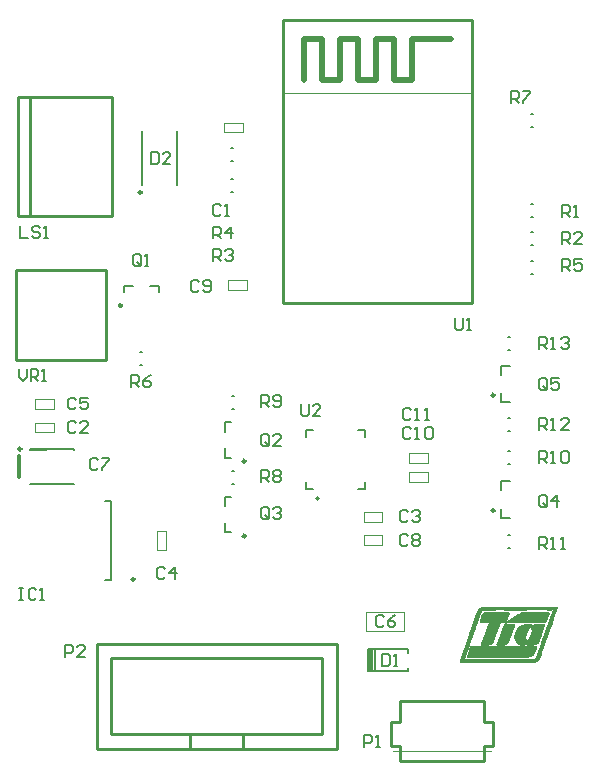
<source format=gto>
G04 Layer_Color=65535*
%FSLAX44Y44*%
%MOMM*%
G71*
G01*
G75*
%ADD33C,0.2540*%
%ADD43C,0.2500*%
%ADD44C,0.1999*%
%ADD45C,0.1000*%
%ADD46C,0.3048*%
%ADD47C,0.2000*%
%ADD48C,0.5000*%
%ADD49C,0.1270*%
%ADD50C,0.0406*%
%ADD51C,0.0508*%
D33*
X78590Y2490D02*
X157840D01*
X202840D02*
X282090D01*
X78590Y91490D02*
X282090D01*
X157840Y14990D02*
X202840D01*
X91090Y78990D02*
X269590D01*
X202840Y14990D02*
X269590D01*
X91090D02*
X157840D01*
Y2490D02*
Y14990D01*
X202840Y2490D02*
Y14990D01*
X157840Y2490D02*
X202840D01*
X91090Y14990D02*
Y78990D01*
X78590Y2490D02*
Y91490D01*
X269590Y14990D02*
Y78990D01*
X282090Y2490D02*
Y91490D01*
X10160Y407670D02*
X86360D01*
Y331470D02*
Y407670D01*
X10160Y331470D02*
X86360D01*
X10160D02*
Y407670D01*
X12070Y453190D02*
X92070D01*
Y554390D01*
X12070D02*
X92070D01*
X12070Y453190D02*
Y554390D01*
X22070Y453190D02*
Y554390D01*
X236230Y619700D02*
X396230D01*
Y379700D02*
Y619700D01*
X236230Y379700D02*
Y619700D01*
Y379700D02*
X396230D01*
X335110Y25230D02*
Y43010D01*
X327490Y25230D02*
X335110Y25230D01*
X327490Y4910D02*
X327490Y25230D01*
X327490Y4910D02*
X335110D01*
X335110Y-7790D01*
X406230Y-7790D01*
X406230Y4910D02*
X406230Y-7790D01*
X406230Y4910D02*
X413850Y4910D01*
X413850Y25230D01*
X406230D02*
X413850D01*
X406230D02*
Y43010D01*
X335110D02*
X406230D01*
D43*
X14890Y256300D02*
G03*
X14890Y256300I-1250J0D01*
G01*
X110790Y145970D02*
G03*
X110790Y145970I-1250J0D01*
G01*
X100090Y377850D02*
G03*
X100090Y377850I-1250J0D01*
G01*
X116830Y473420D02*
G03*
X116830Y473420I-1250J0D01*
G01*
X204810Y182660D02*
G03*
X204810Y182660I-1250J0D01*
G01*
Y245920D02*
G03*
X204810Y245920I-1250J0D01*
G01*
X415640Y301850D02*
G03*
X415640Y301850I-1250J0D01*
G01*
Y204060D02*
G03*
X415640Y204060I-1250J0D01*
G01*
D44*
X266670Y214410D02*
G03*
X266670Y214410I-1001J0D01*
G01*
D45*
X359120Y228558D02*
Y236558D01*
X343120Y228558D02*
X359120D01*
X343120Y236558D02*
X359120D01*
X343120Y228558D02*
Y236558D01*
X359120Y244770D02*
Y252770D01*
X343120Y244770D02*
X359120D01*
X343120Y252770D02*
X359120D01*
X343120Y244770D02*
Y252770D01*
X320660Y194890D02*
Y202890D01*
X304660Y194890D02*
X320660D01*
X304660Y202890D02*
X320660D01*
X304660Y194890D02*
Y202890D01*
X320660Y175070D02*
Y183070D01*
X304660Y175070D02*
X320660D01*
X304660Y183070D02*
X320660D01*
X304660Y175070D02*
Y183070D01*
X190120Y390970D02*
Y398970D01*
X206120D01*
X190120Y390970D02*
X206120D01*
Y398970D01*
X42290Y290370D02*
Y298370D01*
X26290Y290370D02*
X42290D01*
X26290Y298370D02*
X42290D01*
X26290Y290370D02*
Y298370D01*
X42290Y270320D02*
Y278320D01*
X26290Y270320D02*
X42290D01*
X26290Y278320D02*
X42290D01*
X26290Y270320D02*
Y278320D01*
X306620Y118490D02*
X338620D01*
X306620Y102490D02*
X338620D01*
Y118490D01*
X306620Y102490D02*
Y118490D01*
X236230Y557700D02*
X396230D01*
X129350Y187070D02*
X137350D01*
Y171070D02*
Y187070D01*
X129350Y171070D02*
Y187070D01*
Y171070D02*
X137350D01*
X202430Y524320D02*
Y532320D01*
X186430Y524320D02*
X202430D01*
X186430Y532320D02*
X202430D01*
X186430Y524320D02*
Y532320D01*
D46*
X12700Y232410D02*
Y250190D01*
D47*
X22140Y226300D02*
X59140D01*
X22140Y256300D02*
X59140D01*
Y226300D02*
Y226800D01*
X22140D02*
X35640D01*
X59140Y255800D02*
Y256300D01*
X22140Y255800D02*
X35640D01*
X310020Y68070D02*
Y86870D01*
X308120Y67970D02*
X342120D01*
X313920D02*
Y86970D01*
X311920Y67970D02*
Y86970D01*
X342120Y67970D02*
Y70970D01*
X308120Y67970D02*
Y70970D01*
X342120Y83970D02*
Y86970D01*
X308120Y70670D02*
Y86970D01*
X342120D01*
X86040Y212570D02*
X91040D01*
Y145570D02*
Y212570D01*
X86040Y145570D02*
X91040D01*
X123840Y394350D02*
X131840D01*
Y389350D02*
Y394350D01*
X101840D02*
X109840D01*
X101840Y389350D02*
Y394350D01*
X115470Y338220D02*
X117470D01*
X115470Y327220D02*
X117470D01*
X117080Y479920D02*
Y525920D01*
X147080Y479920D02*
Y525920D01*
X192316Y500090D02*
X194316D01*
X192316Y511090D02*
X194316D01*
X187060Y207660D02*
Y215660D01*
X192060D01*
X187060Y185660D02*
Y193660D01*
Y185660D02*
X192060D01*
X187060Y270920D02*
Y278920D01*
X192060D01*
X187060Y248920D02*
Y256920D01*
Y248920D02*
X192060D01*
X193310Y290410D02*
X195310D01*
X193310Y301410D02*
X195310D01*
X193310Y226670D02*
X195310D01*
X193310Y237670D02*
X195310D01*
X446040Y415710D02*
X448040D01*
X446040Y404710D02*
X448040D01*
X446040Y463970D02*
X448040D01*
X446040Y452970D02*
X448040D01*
X192316Y473990D02*
X194316D01*
X192316Y484990D02*
X194316D01*
X446040Y439840D02*
X448040D01*
X446040Y428840D02*
X448040D01*
X446040Y529170D02*
X448040D01*
X446040Y540170D02*
X448040D01*
X426990Y339940D02*
X428990D01*
X426990Y350940D02*
X428990D01*
X420890Y295650D02*
X428890D01*
X420890D02*
Y303350D01*
Y326650D02*
X428890D01*
X420890Y318950D02*
Y326650D01*
Y197860D02*
X428890D01*
X420890D02*
Y205560D01*
Y228860D02*
X428890D01*
X420890Y221160D02*
Y228860D01*
X426990Y271360D02*
X428990D01*
X426990Y282360D02*
X428990D01*
X426990Y243420D02*
X428990D01*
X426990Y254420D02*
X428990D01*
X426990Y172300D02*
X428990D01*
X426990Y183300D02*
X428990D01*
X344959Y289458D02*
X343293Y291124D01*
X339960D01*
X338294Y289458D01*
Y282794D01*
X339960Y281128D01*
X343293D01*
X344959Y282794D01*
X348291Y281128D02*
X351623D01*
X349957D01*
Y291124D01*
X348291Y289458D01*
X356622Y281128D02*
X359954D01*
X358288D01*
Y291124D01*
X356622Y289458D01*
X344959Y273202D02*
X343293Y274869D01*
X339960D01*
X338294Y273202D01*
Y266538D01*
X339960Y264872D01*
X343293D01*
X344959Y266538D01*
X348291Y264872D02*
X351623D01*
X349957D01*
Y274869D01*
X348291Y273202D01*
X356622D02*
X358288Y274869D01*
X361620D01*
X363286Y273202D01*
Y266538D01*
X361620Y264872D01*
X358288D01*
X356622Y266538D01*
Y273202D01*
X165215Y397871D02*
X163548Y399537D01*
X160216D01*
X158550Y397871D01*
Y391206D01*
X160216Y389540D01*
X163548D01*
X165215Y391206D01*
X168547D02*
X170213Y389540D01*
X173545D01*
X175211Y391206D01*
Y397871D01*
X173545Y399537D01*
X170213D01*
X168547Y397871D01*
Y396204D01*
X170213Y394538D01*
X175211D01*
X342314Y182311D02*
X340648Y183977D01*
X337316D01*
X335650Y182311D01*
Y175646D01*
X337316Y173980D01*
X340648D01*
X342314Y175646D01*
X345647Y182311D02*
X347313Y183977D01*
X350645D01*
X352311Y182311D01*
Y180644D01*
X350645Y178978D01*
X352311Y177312D01*
Y175646D01*
X350645Y173980D01*
X347313D01*
X345647Y175646D01*
Y177312D01*
X347313Y178978D01*
X345647Y180644D01*
Y182311D01*
X347313Y178978D02*
X350645D01*
X342314Y203131D02*
X340648Y204797D01*
X337316D01*
X335650Y203131D01*
Y196466D01*
X337316Y194800D01*
X340648D01*
X342314Y196466D01*
X345647Y203131D02*
X347313Y204797D01*
X350645D01*
X352311Y203131D01*
Y201465D01*
X350645Y199798D01*
X348979D01*
X350645D01*
X352311Y198132D01*
Y196466D01*
X350645Y194800D01*
X347313D01*
X345647Y196466D01*
X79475Y246891D02*
X77808Y248557D01*
X74476D01*
X72810Y246891D01*
Y240226D01*
X74476Y238560D01*
X77808D01*
X79475Y240226D01*
X82807Y248557D02*
X89471D01*
Y246891D01*
X82807Y240226D01*
Y238560D01*
X61465Y298151D02*
X59798Y299817D01*
X56466D01*
X54800Y298151D01*
Y291486D01*
X56466Y289820D01*
X59798D01*
X61465Y291486D01*
X71461Y299817D02*
X64797D01*
Y294818D01*
X68129Y296485D01*
X69795D01*
X71461Y294818D01*
Y291486D01*
X69795Y289820D01*
X66463D01*
X64797Y291486D01*
X61465Y278061D02*
X59798Y279727D01*
X56466D01*
X54800Y278061D01*
Y271396D01*
X56466Y269730D01*
X59798D01*
X61465Y271396D01*
X71461Y269730D02*
X64797D01*
X71461Y276395D01*
Y278061D01*
X69795Y279727D01*
X66463D01*
X64797Y278061D01*
X183995Y461871D02*
X182328Y463537D01*
X178996D01*
X177330Y461871D01*
Y455206D01*
X178996Y453540D01*
X182328D01*
X183995Y455206D01*
X187327Y453540D02*
X190659D01*
X188993D01*
Y463537D01*
X187327Y461871D01*
X136355Y154491D02*
X134688Y156157D01*
X131356D01*
X129690Y154491D01*
Y147826D01*
X131356Y146160D01*
X134688D01*
X136355Y147826D01*
X144685Y146160D02*
Y156157D01*
X139687Y151158D01*
X146351D01*
X321665Y113741D02*
X319999Y115407D01*
X316666D01*
X315000Y113741D01*
Y107076D01*
X316666Y105410D01*
X319999D01*
X321665Y107076D01*
X331661Y115407D02*
X328329Y113741D01*
X324997Y110408D01*
Y107076D01*
X326663Y105410D01*
X329995D01*
X331661Y107076D01*
Y108742D01*
X329995Y110408D01*
X324997D01*
X320040Y82387D02*
Y72390D01*
X325038D01*
X326704Y74056D01*
Y80721D01*
X325038Y82387D01*
X320040D01*
X330037Y72390D02*
X333369D01*
X331703D01*
Y82387D01*
X330037Y80721D01*
X124460Y507837D02*
Y497840D01*
X129458D01*
X131124Y499506D01*
Y506171D01*
X129458Y507837D01*
X124460D01*
X141121Y497840D02*
X134457D01*
X141121Y504505D01*
Y506171D01*
X139455Y507837D01*
X136123D01*
X134457Y506171D01*
X12700Y138267D02*
X16032D01*
X14366D01*
Y128270D01*
X12700D01*
X16032D01*
X27695Y136601D02*
X26029Y138267D01*
X22697D01*
X21031Y136601D01*
Y129936D01*
X22697Y128270D01*
X26029D01*
X27695Y129936D01*
X31027Y128270D02*
X34360D01*
X32694D01*
Y138267D01*
X31027Y136601D01*
X13970Y445287D02*
Y435290D01*
X20635D01*
X30631Y443621D02*
X28965Y445287D01*
X25633D01*
X23967Y443621D01*
Y441954D01*
X25633Y440288D01*
X28965D01*
X30631Y438622D01*
Y436956D01*
X28965Y435290D01*
X25633D01*
X23967Y436956D01*
X33964Y435290D02*
X37296D01*
X35630D01*
Y445287D01*
X33964Y443621D01*
X52070Y80010D02*
Y90007D01*
X57068D01*
X58734Y88341D01*
Y85008D01*
X57068Y83342D01*
X52070D01*
X68731Y80010D02*
X62067D01*
X68731Y86674D01*
Y88341D01*
X67065Y90007D01*
X63733D01*
X62067Y88341D01*
X115885Y413146D02*
Y419811D01*
X114218Y421477D01*
X110886D01*
X109220Y419811D01*
Y413146D01*
X110886Y411480D01*
X114218D01*
X112552Y414812D02*
X115885Y411480D01*
X114218D02*
X115885Y413146D01*
X119217Y411480D02*
X122549D01*
X120883D01*
Y421477D01*
X119217Y419811D01*
X224855Y260506D02*
Y267171D01*
X223188Y268837D01*
X219856D01*
X218190Y267171D01*
Y260506D01*
X219856Y258840D01*
X223188D01*
X221522Y262173D02*
X224855Y258840D01*
X223188D02*
X224855Y260506D01*
X234851Y258840D02*
X228187D01*
X234851Y265505D01*
Y267171D01*
X233185Y268837D01*
X229853D01*
X228187Y267171D01*
X224855Y198516D02*
Y205181D01*
X223188Y206847D01*
X219856D01*
X218190Y205181D01*
Y198516D01*
X219856Y196850D01*
X223188D01*
X221522Y200182D02*
X224855Y196850D01*
X223188D02*
X224855Y198516D01*
X228187Y205181D02*
X229853Y206847D01*
X233185D01*
X234851Y205181D01*
Y203514D01*
X233185Y201848D01*
X231519D01*
X233185D01*
X234851Y200182D01*
Y198516D01*
X233185Y196850D01*
X229853D01*
X228187Y198516D01*
X460135Y208676D02*
Y215341D01*
X458468Y217007D01*
X455136D01*
X453470Y215341D01*
Y208676D01*
X455136Y207010D01*
X458468D01*
X456802Y210342D02*
X460135Y207010D01*
X458468D02*
X460135Y208676D01*
X468465Y207010D02*
Y217007D01*
X463467Y212008D01*
X470131D01*
X460135Y308216D02*
Y314881D01*
X458468Y316547D01*
X455136D01*
X453470Y314881D01*
Y308216D01*
X455136Y306550D01*
X458468D01*
X456802Y309882D02*
X460135Y306550D01*
X458468D02*
X460135Y308216D01*
X470131Y316547D02*
X463467D01*
Y311548D01*
X466799Y313214D01*
X468465D01*
X470131Y311548D01*
Y308216D01*
X468465Y306550D01*
X465133D01*
X463467Y308216D01*
X472960Y452700D02*
Y462697D01*
X477958D01*
X479624Y461031D01*
Y457698D01*
X477958Y456032D01*
X472960D01*
X476292D02*
X479624Y452700D01*
X482957D02*
X486289D01*
X484623D01*
Y462697D01*
X482957Y461031D01*
X472960Y429840D02*
Y439837D01*
X477958D01*
X479624Y438171D01*
Y434838D01*
X477958Y433172D01*
X472960D01*
X476292D02*
X479624Y429840D01*
X489621D02*
X482957D01*
X489621Y436505D01*
Y438171D01*
X487955Y439837D01*
X484623D01*
X482957Y438171D01*
X177330Y415730D02*
Y425727D01*
X182328D01*
X183995Y424061D01*
Y420728D01*
X182328Y419062D01*
X177330D01*
X180662D02*
X183995Y415730D01*
X187327Y424061D02*
X188993Y425727D01*
X192325D01*
X193991Y424061D01*
Y422394D01*
X192325Y420728D01*
X190659D01*
X192325D01*
X193991Y419062D01*
Y417396D01*
X192325Y415730D01*
X188993D01*
X187327Y417396D01*
X177330Y434540D02*
Y444537D01*
X182328D01*
X183995Y442871D01*
Y439538D01*
X182328Y437872D01*
X177330D01*
X180662D02*
X183995Y434540D01*
X192325D02*
Y444537D01*
X187327Y439538D01*
X193991D01*
X472960Y406980D02*
Y416977D01*
X477958D01*
X479624Y415311D01*
Y411978D01*
X477958Y410312D01*
X472960D01*
X476292D02*
X479624Y406980D01*
X489621Y416977D02*
X482957D01*
Y411978D01*
X486289Y413644D01*
X487955D01*
X489621Y411978D01*
Y408646D01*
X487955Y406980D01*
X484623D01*
X482957Y408646D01*
X107830Y308590D02*
Y318587D01*
X112828D01*
X114494Y316921D01*
Y313588D01*
X112828Y311922D01*
X107830D01*
X111162D02*
X114494Y308590D01*
X124491Y318587D02*
X121159Y316921D01*
X117827Y313588D01*
Y310256D01*
X119493Y308590D01*
X122825D01*
X124491Y310256D01*
Y311922D01*
X122825Y313588D01*
X117827D01*
X429300Y548980D02*
Y558977D01*
X434298D01*
X435965Y557311D01*
Y553978D01*
X434298Y552312D01*
X429300D01*
X432632D02*
X435965Y548980D01*
X439297Y558977D02*
X445961D01*
Y557311D01*
X439297Y550646D01*
Y548980D01*
X218190Y228360D02*
Y238357D01*
X223188D01*
X224855Y236691D01*
Y233359D01*
X223188Y231693D01*
X218190D01*
X221522D02*
X224855Y228360D01*
X228187Y236691D02*
X229853Y238357D01*
X233185D01*
X234851Y236691D01*
Y235025D01*
X233185Y233359D01*
X234851Y231693D01*
Y230026D01*
X233185Y228360D01*
X229853D01*
X228187Y230026D01*
Y231693D01*
X229853Y233359D01*
X228187Y235025D01*
Y236691D01*
X229853Y233359D02*
X233185D01*
X218190Y292100D02*
Y302097D01*
X223188D01*
X224855Y300431D01*
Y297098D01*
X223188Y295432D01*
X218190D01*
X221522D02*
X224855Y292100D01*
X228187Y293766D02*
X229853Y292100D01*
X233185D01*
X234851Y293766D01*
Y300431D01*
X233185Y302097D01*
X229853D01*
X228187Y300431D01*
Y298764D01*
X229853Y297098D01*
X234851D01*
X453470Y244840D02*
Y254837D01*
X458468D01*
X460135Y253171D01*
Y249838D01*
X458468Y248172D01*
X453470D01*
X456802D02*
X460135Y244840D01*
X463467D02*
X466799D01*
X465133D01*
Y254837D01*
X463467Y253171D01*
X471797D02*
X473464Y254837D01*
X476796D01*
X478462Y253171D01*
Y246506D01*
X476796Y244840D01*
X473464D01*
X471797Y246506D01*
Y253171D01*
X453470Y171450D02*
Y181447D01*
X458468D01*
X460135Y179781D01*
Y176448D01*
X458468Y174782D01*
X453470D01*
X456802D02*
X460135Y171450D01*
X463467D02*
X466799D01*
X465133D01*
Y181447D01*
X463467Y179781D01*
X471797Y171450D02*
X475130D01*
X473464D01*
Y181447D01*
X471797Y179781D01*
X453470Y272650D02*
Y282647D01*
X458468D01*
X460135Y280981D01*
Y277648D01*
X458468Y275982D01*
X453470D01*
X456802D02*
X460135Y272650D01*
X463467D02*
X466799D01*
X465133D01*
Y282647D01*
X463467Y280981D01*
X478462Y272650D02*
X471797D01*
X478462Y279314D01*
Y280981D01*
X476796Y282647D01*
X473464D01*
X471797Y280981D01*
X453470Y340840D02*
Y350837D01*
X458468D01*
X460135Y349171D01*
Y345838D01*
X458468Y344172D01*
X453470D01*
X456802D02*
X460135Y340840D01*
X463467D02*
X466799D01*
X465133D01*
Y350837D01*
X463467Y349171D01*
X471797D02*
X473464Y350837D01*
X476796D01*
X478462Y349171D01*
Y347505D01*
X476796Y345838D01*
X475130D01*
X476796D01*
X478462Y344172D01*
Y342506D01*
X476796Y340840D01*
X473464D01*
X471797Y342506D01*
X382270Y366867D02*
Y358536D01*
X383936Y356870D01*
X387268D01*
X388935Y358536D01*
Y366867D01*
X392267Y356870D02*
X395599D01*
X393933D01*
Y366867D01*
X392267Y365201D01*
X251460Y294237D02*
Y285906D01*
X253126Y284240D01*
X256458D01*
X258125Y285906D01*
Y294237D01*
X268121Y284240D02*
X261457D01*
X268121Y290905D01*
Y292571D01*
X266455Y294237D01*
X263123D01*
X261457Y292571D01*
X12700Y323687D02*
Y317022D01*
X16032Y313690D01*
X19365Y317022D01*
Y323687D01*
X22697Y313690D02*
Y323687D01*
X27695D01*
X29361Y322021D01*
Y318688D01*
X27695Y317022D01*
X22697D01*
X26029D02*
X29361Y313690D01*
X32694D02*
X36026D01*
X34360D01*
Y323687D01*
X32694Y322021D01*
X305020Y4010D02*
Y14007D01*
X310018D01*
X311684Y12341D01*
Y9008D01*
X310018Y7342D01*
X305020D01*
X315017Y4010D02*
X318349D01*
X316683D01*
Y14007D01*
X315017Y12341D01*
D48*
X254000Y568960D02*
Y603250D01*
X269240D01*
Y568960D02*
Y603250D01*
Y568960D02*
X284480D01*
X299720D02*
X314960D01*
X299720D02*
Y603250D01*
X284480D02*
X299720D01*
X284480Y568960D02*
Y603250D01*
X330200Y568960D02*
X345440D01*
X330200D02*
Y603250D01*
X314960D02*
X330200D01*
X314960Y568960D02*
Y603250D01*
X345440D02*
X378460D01*
X345440Y568960D02*
Y603250D01*
D49*
X299669Y222409D02*
X305671D01*
Y228411D01*
Y266409D02*
Y272411D01*
X299669D02*
X305671D01*
X255669D02*
X261671D01*
X255669Y266409D02*
Y272411D01*
Y222409D02*
Y228411D01*
Y222409D02*
X261671D01*
D50*
X404904Y122689D02*
X468303D01*
X404092Y122282D02*
X468303D01*
X403279Y121876D02*
X468303D01*
X402466Y121470D02*
X468303D01*
X402060Y121063D02*
X467896D01*
X401653Y120657D02*
X467896D01*
X401247Y120250D02*
X415877D01*
X423192D02*
X441887D01*
X459768D02*
X460581D01*
X461800D02*
X462207D01*
X462613D02*
X463426D01*
X464645D02*
X467490D01*
X401247Y119844D02*
X404904D01*
X464645D02*
X467490D01*
X400840Y119438D02*
X404498D01*
X464239D02*
X467490D01*
X400840Y119031D02*
X403685D01*
X464239D02*
X467084D01*
X400434Y118625D02*
X403685D01*
X407343D02*
X407749D01*
X408156D02*
X408968D01*
X438636D02*
X439042D01*
X460175D02*
X460581D01*
X464239D02*
X467084D01*
X400434Y118218D02*
X403279D01*
X406936D02*
X427256D01*
X438229D02*
X460988D01*
X463832D02*
X466677D01*
X400028Y117812D02*
X403279D01*
X406124D02*
X427663D01*
X437010D02*
X461394D01*
X463832D02*
X466677D01*
X400028Y117406D02*
X402872D01*
X405717D02*
X427663D01*
X437010D02*
X461394D01*
X463832D02*
X466677D01*
X399621Y116999D02*
X402872D01*
X405311D02*
X427663D01*
X436197D02*
X461394D01*
X463426D02*
X466271D01*
X399621Y116593D02*
X402872D01*
X405311D02*
X427256D01*
X435384D02*
X460988D01*
X463426D02*
X466271D01*
X399621Y116186D02*
X402466D01*
X404904D02*
X427256D01*
X434978D02*
X460988D01*
X463426D02*
X466271D01*
X399621Y115780D02*
X402466D01*
X404904D02*
X427256D01*
X434165D02*
X460988D01*
X463020D02*
X466271D01*
X399215Y115374D02*
X402466D01*
X404498D02*
X426850D01*
X433352D02*
X460581D01*
X463020D02*
X465864D01*
X399215Y114967D02*
X402060D01*
X404498D02*
X426850D01*
X432946D02*
X460581D01*
X463020D02*
X465864D01*
X399215Y114561D02*
X402060D01*
X404498D02*
X426850D01*
X432133D02*
X460175D01*
X462613D02*
X465864D01*
X398808Y114154D02*
X402060D01*
X404092D02*
X426444D01*
X431727D02*
X460175D01*
X462613D02*
X465458D01*
X398808Y113748D02*
X401653D01*
X404092D02*
X426444D01*
X430914D02*
X460175D01*
X462207D02*
X465458D01*
X398808Y113342D02*
X401653D01*
X403685D02*
X426037D01*
X430508D02*
X459768D01*
X462207D02*
X465052D01*
X398402Y112935D02*
X401653D01*
X403685D02*
X426037D01*
X429695D02*
X459768D01*
X462207D02*
X465052D01*
X398402Y112529D02*
X401247D01*
X403685D02*
X426037D01*
X428882D02*
X459768D01*
X461800D02*
X465052D01*
X398402Y112122D02*
X401247D01*
X403279D02*
X425631D01*
X428476D02*
X459362D01*
X461800D02*
X465052D01*
X397996Y111716D02*
X401247D01*
X403279D02*
X425631D01*
X427256D02*
X459362D01*
X461800D02*
X464645D01*
X397996Y111310D02*
X400840D01*
X402872D02*
X425224D01*
X426850D02*
X458956D01*
X461394D02*
X464645D01*
X397996Y110903D02*
X400840D01*
X402872D02*
X425224D01*
X426037D02*
X458956D01*
X461394D02*
X464239D01*
X397589Y110497D02*
X400840D01*
X402872D02*
X425224D01*
X425631D02*
X458956D01*
X461394D02*
X464239D01*
X397589Y110090D02*
X400434D01*
X402872D02*
X458549D01*
X460988D02*
X464239D01*
X397589Y109684D02*
X400434D01*
X402872D02*
X424412D01*
X425631D02*
X458143D01*
X460988D02*
X463832D01*
X397183Y109278D02*
X400434D01*
X410594D02*
X419941D01*
X460988D02*
X463832D01*
X397183Y108871D02*
X400028D01*
X410594D02*
X419941D01*
X424818D02*
X425224D01*
X460581D02*
X463832D01*
X397183Y108465D02*
X400028D01*
X410188D02*
X419535D01*
X424005D02*
X432133D01*
X442293D02*
X444325D01*
X449608D02*
X457736D01*
X460581D02*
X463832D01*
X396776Y108058D02*
X400028D01*
X410188D02*
X419535D01*
X423599D02*
X432133D01*
X440668D02*
X446357D01*
X449202D02*
X457736D01*
X460581D02*
X463426D01*
X396776Y107652D02*
X399621D01*
X410188D02*
X419535D01*
X423192D02*
X432133D01*
X439042D02*
X447170D01*
X448796D02*
X457736D01*
X460175D02*
X463426D01*
X396370Y107246D02*
X399621D01*
X409781D02*
X419128D01*
X423192D02*
X432133D01*
X438229D02*
X447983D01*
X448796D02*
X457736D01*
X460175D02*
X463020D01*
X396370Y106839D02*
X399215D01*
X409781D02*
X419128D01*
X423192D02*
X431727D01*
X437416D02*
X457736D01*
X460175D02*
X463020D01*
X396370Y106433D02*
X399215D01*
X409781D02*
X418722D01*
X422786D02*
X431727D01*
X437010D02*
X457330D01*
X459768D02*
X463020D01*
X396370Y106026D02*
X399215D01*
X409375D02*
X418722D01*
X422786D02*
X431727D01*
X436604D02*
X457330D01*
X459768D02*
X462613D01*
X395964Y105620D02*
X399215D01*
X409375D02*
X418722D01*
X422380D02*
X431727D01*
X435791D02*
X456924D01*
X459768D02*
X462613D01*
X395964Y105214D02*
X398808D01*
X409375D02*
X418316D01*
X422380D02*
X431320D01*
X435384D02*
X456924D01*
X459362D02*
X462207D01*
X395557Y104807D02*
X398808D01*
X408968D02*
X418316D01*
X422380D02*
X431320D01*
X434978D02*
X444325D01*
X446357D02*
X456924D01*
X459362D02*
X462207D01*
X395557Y104401D02*
X398808D01*
X408968D02*
X418316D01*
X421973D02*
X430914D01*
X434978D02*
X443919D01*
X446764D02*
X456517D01*
X458956D02*
X462207D01*
X395557Y103994D02*
X398402D01*
X408968D02*
X417909D01*
X421973D02*
X430914D01*
X434572D02*
X443512D01*
X446764D02*
X456517D01*
X458956D02*
X461800D01*
X395557Y103588D02*
X398808D01*
X408562D02*
X417909D01*
X421973D02*
X430914D01*
X434165D02*
X443512D01*
X446764D02*
X456517D01*
X458956D02*
X461800D01*
X395151Y103182D02*
X398402D01*
X408562D02*
X417503D01*
X421567D02*
X430508D01*
X433759D02*
X443512D01*
X447170D02*
X456111D01*
X458549D02*
X461394D01*
X395151Y102775D02*
X397996D01*
X408562D02*
X417503D01*
X421567D02*
X430508D01*
X433759D02*
X443512D01*
X447170D02*
X456111D01*
X458549D02*
X461394D01*
X394744Y102369D02*
X397996D01*
X408156D02*
X417503D01*
X421567D02*
X430508D01*
X433352D02*
X443106D01*
X447170D02*
X456111D01*
X458549D02*
X461394D01*
X394744Y101962D02*
X397996D01*
X408156D02*
X417096D01*
X421160D02*
X430101D01*
X433352D02*
X443106D01*
X447170D02*
X455704D01*
X458143D02*
X461394D01*
X394744Y101556D02*
X397589D01*
X407749D02*
X417096D01*
X421160D02*
X430101D01*
X432946D02*
X442700D01*
X446764D02*
X455704D01*
X458143D02*
X460988D01*
X394338Y101150D02*
X397589D01*
X407749D02*
X417096D01*
X421160D02*
X430101D01*
X432946D02*
X442700D01*
X446764D02*
X455298D01*
X458143D02*
X460988D01*
X394338Y100743D02*
X397589D01*
X407749D02*
X416690D01*
X420754D02*
X429695D01*
X432946D02*
X442293D01*
X446764D02*
X455298D01*
X457736D02*
X460988D01*
X394338Y100337D02*
X397183D01*
X407343D02*
X416690D01*
X420754D02*
X429695D01*
X432540D02*
X442293D01*
X446357D02*
X455298D01*
X457736D02*
X460581D01*
X393932Y99930D02*
X397183D01*
X407343D02*
X416284D01*
X420754D02*
X429288D01*
X432540D02*
X442293D01*
X446357D02*
X455298D01*
X457736D02*
X460581D01*
X393932Y99524D02*
X397183D01*
X407343D02*
X416284D01*
X420348D02*
X429288D01*
X432540D02*
X442293D01*
X446357D02*
X454892D01*
X457330D02*
X460581D01*
X393932Y99118D02*
X396776D01*
X406936D02*
X416284D01*
X420348D02*
X429288D01*
X432133D02*
X441887D01*
X445951D02*
X454892D01*
X457330D02*
X460175D01*
X393525Y98711D02*
X396776D01*
X406936D02*
X415877D01*
X419941D02*
X428882D01*
X432133D02*
X441887D01*
X445951D02*
X454485D01*
X457330D02*
X460175D01*
X393525Y98305D02*
X396776D01*
X406936D02*
X415877D01*
X419941D02*
X428882D01*
X432133D02*
X441480D01*
X445544D02*
X454485D01*
X456924D02*
X460175D01*
X393119Y97898D02*
X396370D01*
X406530D02*
X415877D01*
X419941D02*
X428476D01*
X432133D02*
X441480D01*
X445544D02*
X454485D01*
X456924D02*
X459768D01*
X393119Y97492D02*
X396370D01*
X406530D02*
X415471D01*
X419535D02*
X428476D01*
X432133D02*
X441480D01*
X445544D02*
X454079D01*
X456517D02*
X459768D01*
X393119Y97086D02*
X395964D01*
X406124D02*
X415471D01*
X419535D02*
X428476D01*
X432133D02*
X441480D01*
X445138D02*
X454079D01*
X456517D02*
X459768D01*
X393119Y96679D02*
X395964D01*
X406124D02*
X415471D01*
X419128D02*
X428069D01*
X432133D02*
X441074D01*
X445138D02*
X453672D01*
X456517D02*
X459362D01*
X392712Y96273D02*
X395964D01*
X406124D02*
X415064D01*
X419128D02*
X428069D01*
X432133D02*
X441074D01*
X445138D02*
X453672D01*
X456111D02*
X459362D01*
X392712Y95866D02*
X395557D01*
X405717D02*
X415064D01*
X419128D02*
X428069D01*
X432540D02*
X441480D01*
X444732D02*
X453672D01*
X456111D02*
X458956D01*
X392306Y95460D02*
X395557D01*
X405717D02*
X415064D01*
X418722D02*
X427663D01*
X432540D02*
X441480D01*
X444325D02*
X453266D01*
X456111D02*
X458956D01*
X392306Y95054D02*
X395557D01*
X405717D02*
X414658D01*
X418722D02*
X427663D01*
X432540D02*
X442293D01*
X443919D02*
X453266D01*
X455704D02*
X458956D01*
X392306Y94647D02*
X395151D01*
X405311D02*
X414658D01*
X418722D02*
X427663D01*
X432946D02*
X453266D01*
X455704D02*
X458549D01*
X392306Y94241D02*
X395151D01*
X405311D02*
X414658D01*
X418316D02*
X427256D01*
X432946D02*
X452860D01*
X455704D02*
X458549D01*
X391900Y93834D02*
X395151D01*
X405311D02*
X414252D01*
X418316D02*
X427256D01*
X433352D02*
X452860D01*
X455298D02*
X458549D01*
X391900Y93428D02*
X394744D01*
X404904D02*
X414252D01*
X418316D02*
X427256D01*
X433352D02*
X452860D01*
X455298D02*
X458143D01*
X391900Y93022D02*
X394744D01*
X404904D02*
X413845D01*
X417909D02*
X426850D01*
X433759D02*
X452453D01*
X455298D02*
X458143D01*
X391493Y92615D02*
X394338D01*
X404498D02*
X413845D01*
X417909D02*
X426444D01*
X434165D02*
X452047D01*
X454892D02*
X457736D01*
X391493Y92209D02*
X394338D01*
X404498D02*
X413439D01*
X417503D02*
X426037D01*
X434572D02*
X452047D01*
X454892D02*
X457736D01*
X391087Y91802D02*
X394338D01*
X404498D02*
X413032D01*
X417503D02*
X426037D01*
X434978D02*
X451234D01*
X454892D02*
X457736D01*
X391087Y91396D02*
X393932D01*
X404092D02*
X412626D01*
X417503D02*
X425224D01*
X435384D02*
X450828D01*
X454485D02*
X457736D01*
X391087Y90990D02*
X393932D01*
X404092D02*
X411813D01*
X417096D02*
X424412D01*
X436197D02*
X442293D01*
X442700D02*
X450015D01*
X454485D02*
X457330D01*
X390680Y90583D02*
X393932D01*
X404498D02*
X409781D01*
X417503D02*
X423192D01*
X437416D02*
X440668D01*
X443106D02*
X448389D01*
X454485D02*
X457330D01*
X390680Y90177D02*
X393932D01*
X454079D02*
X456924D01*
X390680Y89770D02*
X393525D01*
X454079D02*
X456924D01*
X390274Y89364D02*
X393525D01*
X395151D02*
X450421D01*
X454079D02*
X456924D01*
X390274Y88958D02*
X393119D01*
X395151D02*
X450828D01*
X453672D02*
X456924D01*
X390274Y88551D02*
X393119D01*
X394744D02*
X450828D01*
X453672D02*
X456517D01*
X389868Y88145D02*
X392712D01*
X394744D02*
X450828D01*
X453266D02*
X456517D01*
X389868Y87738D02*
X392712D01*
X394338D02*
X450421D01*
X453266D02*
X456111D01*
X389868Y87332D02*
X392712D01*
X394338D02*
X450421D01*
X453266D02*
X456111D01*
X389461Y86926D02*
X392306D01*
X394338D02*
X450421D01*
X453266D02*
X456111D01*
X389461Y86519D02*
X392306D01*
X393932D02*
X450015D01*
X452860D02*
X455704D01*
X389461Y86113D02*
X392306D01*
X393932D02*
X450015D01*
X452860D02*
X455704D01*
X389055Y85706D02*
X391900D01*
X393932D02*
X449608D01*
X452453D02*
X455298D01*
X389055Y85300D02*
X391900D01*
X393525D02*
X449608D01*
X452453D02*
X455298D01*
X388648Y84894D02*
X391900D01*
X393525D02*
X449608D01*
X452453D02*
X455298D01*
X388648Y84487D02*
X391493D01*
X393119D02*
X449202D01*
X452047D02*
X455298D01*
X388648Y84081D02*
X391493D01*
X393119D02*
X449202D01*
X452047D02*
X454892D01*
X388242Y83674D02*
X391493D01*
X393119D02*
X448796D01*
X452047D02*
X454892D01*
X388242Y83268D02*
X391087D01*
X392712D02*
X448796D01*
X451640D02*
X454892D01*
X388242Y82862D02*
X391087D01*
X392712D02*
X448389D01*
X451640D02*
X454485D01*
X388242Y82455D02*
X391087D01*
X392712D02*
X448389D01*
X451640D02*
X454485D01*
X387836Y82049D02*
X390680D01*
X392306D02*
X447983D01*
X451234D02*
X454485D01*
X387836Y81642D02*
X390680D01*
X392306D02*
X447576D01*
X451234D02*
X454079D01*
X387429Y81236D02*
X390680D01*
X392306D02*
X446764D01*
X450828D02*
X454079D01*
X387429Y80830D02*
X390274D01*
X392306D02*
X445544D01*
X450828D02*
X453672D01*
X387429Y80423D02*
X390274D01*
X392306D02*
X443512D01*
X450828D02*
X453672D01*
X387023Y80017D02*
X390274D01*
X450421D02*
X453672D01*
X387023Y79610D02*
X389868D01*
X450015D02*
X453266D01*
X387023Y79204D02*
X389868D01*
X449608D02*
X453266D01*
X386616Y78798D02*
X389868D01*
X448389D02*
X452860D01*
X386616Y78391D02*
X452453D01*
X386616Y77985D02*
X452047D01*
X386210Y77578D02*
X451640D01*
X386210Y77172D02*
X451234D01*
X386210Y76766D02*
X450828D01*
X386210Y76359D02*
X450015D01*
X386210Y75953D02*
X449202D01*
D51*
X329205Y592D02*
X412135Y592D01*
M02*

</source>
